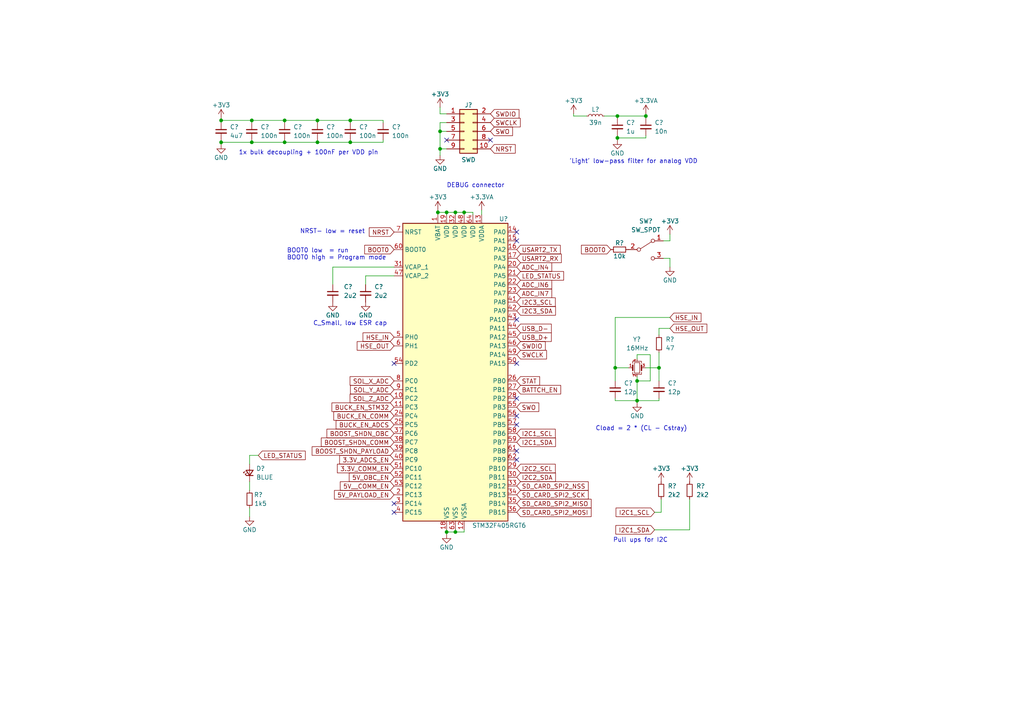
<source format=kicad_sch>
(kicad_sch (version 20230121) (generator eeschema)
  (paper "A4")
  (lib_symbols
    (symbol "Connector_Generic:Conn_02x05_Odd_Even" (pin_names (offset 1.016) hide)
      (property "Reference" "J" (at 1.27 7.62 0))
      (property "Value" "Conn_02x05_Odd_Even" (at 1.27 -7.62 0))
      (symbol "Conn_02x05_Odd_Even_1_1"
        (rectangle (start -1.27 -4.953) (end 0 -5.207) (stroke (width 0.1524)))
        (rectangle (start -1.27 -2.413) (end 0 -2.667) (stroke (width 0.1524)))
        (rectangle (start -1.27 0.127) (end 0 -0.127) (stroke (width 0.1524)))
        (rectangle (start -1.27 2.667) (end 0 2.413) (stroke (width 0.1524)))
        (rectangle (start -1.27 5.207) (end 0 4.953) (stroke (width 0.1524)))
        (rectangle (start -1.27 6.35) (end 3.81 -6.35) (stroke (width 0.254)) (fill (type background)))
        (rectangle (start 3.81 -4.953) (end 2.54 -5.207) (stroke (width 0.1524)))
        (rectangle (start 3.81 -2.413) (end 2.54 -2.667) (stroke (width 0.1524)))
        (rectangle (start 3.81 0.127) (end 2.54 -0.127) (stroke (width 0.1524)))
        (rectangle (start 3.81 2.667) (end 2.54 2.413) (stroke (width 0.1524)))
        (rectangle (start 3.81 5.207) (end 2.54 4.953) (stroke (width 0.1524)))
        (pin passive line (at -5.08 5.08 0) (length 3.81) (name "Pin_1") (number "1"))
        (pin passive line (at 7.62 -5.08 180) (length 3.81) (name "Pin_10") (number "10"))
        (pin passive line (at 7.62 5.08 180) (length 3.81) (name "Pin_2") (number "2"))
        (pin passive line (at -5.08 2.54 0) (length 3.81) (name "Pin_3") (number "3"))
        (pin passive line (at 7.62 2.54 180) (length 3.81) (name "Pin_4") (number "4"))
        (pin passive line (at -5.08 0 0) (length 3.81) (name "Pin_5") (number "5"))
        (pin passive line (at 7.62 0 180) (length 3.81) (name "Pin_6") (number "6"))
        (pin passive line (at -5.08 -2.54 0) (length 3.81) (name "Pin_7") (number "7"))
        (pin passive line (at 7.62 -2.54 180) (length 3.81) (name "Pin_8") (number "8"))
        (pin passive line (at -5.08 -5.08 0) (length 3.81) (name "Pin_9") (number "9"))
      )
    )
    (symbol "Device:C_Small" (pin_numbers hide) (pin_names (offset 0.254) hide)
      (property "Reference" "C" (at 0.254 1.778 0))
      (property "Value" "C_Small" (at 0.254 -2.032 0))
      (symbol "C_Small_0_1"
        (polyline (pts (xy -1.524 -0.508) (xy 1.524 -0.508)) (stroke (width 0.3302)))
        (polyline (pts (xy -1.524 0.508) (xy 1.524 0.508)) (stroke (width 0.3048)))
      )
      (symbol "C_Small_1_1"
        (pin passive line (at 0 2.54 270) (length 2.032) (name "~") (number "1"))
        (pin passive line (at 0 -2.54 90) (length 2.032) (name "~") (number "2"))
      )
    )
    (symbol "Device:Crystal_GND24_Small" (pin_names (offset 1.016) hide)
      (property "Reference" "Y" (at 1.27 4.445 0))
      (property "Value" "Crystal_GND24_Small" (at 1.27 2.54 0))
      (symbol "Crystal_GND24_Small_0_1"
        (rectangle (start -0.762 -1.524) (end 0.762 1.524))
        (polyline (pts (xy -1.27 -0.762) (xy -1.27 0.762)) (stroke (width 0.381)))
        (polyline (pts (xy 1.27 -0.762) (xy 1.27 0.762)) (stroke (width 0.381)))
        (polyline (pts (xy -1.27 -1.27) (xy -1.27 -1.905) (xy 1.27 -1.905) (xy 1.27 -1.27)))
        (polyline (pts (xy -1.27 1.27) (xy -1.27 1.905) (xy 1.27 1.905) (xy 1.27 1.27)))
      )
      (symbol "Crystal_GND24_Small_1_1"
        (pin passive line (at -2.54 0 0) (length 1.27) (name "1") (number "1"))
        (pin passive line (at 0 -2.54 90) (length 0.635) (name "2") (number "2"))
        (pin passive line (at 2.54 0 180) (length 1.27) (name "3") (number "3"))
        (pin passive line (at 0 2.54 270) (length 0.635) (name "4") (number "4"))
      )
    )
    (symbol "Device:LED_Small" (pin_numbers hide) (pin_names (offset 0.254) hide)
      (property "Reference" "D" (at -1.27 3.175 0))
      (property "Value" "LED_Small" (at -4.445 -2.54 0))
      (symbol "LED_Small_0_1"
        (polyline (pts (xy -0.762 -1.016) (xy -0.762 1.016)) (stroke (width 0.254)))
        (polyline (pts (xy 1.016 0) (xy -0.762 0)))
        (polyline (pts (xy 0.762 -1.016) (xy -0.762 0) (xy 0.762 1.016) (xy 0.762 -1.016)) (stroke (width 0.254)))
        (polyline (pts (xy 0 0.762) (xy -0.508 1.27) (xy -0.254 1.27) (xy -0.508 1.27) (xy -0.508 1.016)))
        (polyline (pts (xy 0.508 1.27) (xy 0 1.778) (xy 0.254 1.778) (xy 0 1.778) (xy 0 1.524)))
      )
      (symbol "LED_Small_1_1"
        (pin passive line (at -2.54 0 0) (length 1.778) (name "K") (number "1"))
        (pin passive line (at 2.54 0 180) (length 1.778) (name "A") (number "2"))
      )
    )
    (symbol "Device:L_Small" (pin_numbers hide) (pin_names (offset 0.254) hide)
      (property "Reference" "L" (at 0.762 1.016 0))
      (property "Value" "L_Small" (at 0.762 -1.016 0))
      (symbol "L_Small_0_1"
        (arc (start 0 -2.032) (mid 0.5058 -1.524) (end 0 -1.016))
        (arc (start 0 -1.016) (mid 0.5058 -0.508) (end 0 0))
        (arc (start 0 0) (mid 0.5058 0.508) (end 0 1.016))
        (arc (start 0 1.016) (mid 0.5058 1.524) (end 0 2.032))
      )
      (symbol "L_Small_1_1"
        (pin passive line (at 0 2.54 270) (length 0.508) (name "~") (number "1"))
        (pin passive line (at 0 -2.54 90) (length 0.508) (name "~") (number "2"))
      )
    )
    (symbol "Device:R_Small" (pin_numbers hide) (pin_names (offset 0.254) hide)
      (property "Reference" "R" (at 0.762 0.508 0))
      (property "Value" "R_Small" (at 0.762 -1.016 0))
      (symbol "R_Small_0_1"
        (rectangle (start -0.762 1.778) (end 0.762 -1.778) (stroke (width 0.2032)))
      )
      (symbol "R_Small_1_1"
        (pin passive line (at 0 2.54 270) (length 0.762) (name "~") (number "1"))
        (pin passive line (at 0 -2.54 90) (length 0.762) (name "~") (number "2"))
      )
    )
    (symbol "MCU_ST_STM32F4:STM32F405RGTx"
      (property "Reference" "U" (at -15.24 44.45 0))
      (property "Value" "STM32F405RGTx" (at 10.16 44.45 0))
      (symbol "STM32F405RGTx_0_1"
        (rectangle (start -15.24 -43.18) (end 15.24 43.18) (stroke (width 0.254)) (fill (type background)))
      )
      (symbol "STM32F405RGTx_1_1"
        (pin power_in line (at -5.08 45.72 270) (length 2.54) (name "VBAT") (number "1"))
        (pin bidirectional line (at -17.78 -7.62 0) (length 2.54) (name "PC2") (number "10"))
        (pin bidirectional line (at -17.78 -10.16 0) (length 2.54) (name "PC3") (number "11"))
        (pin power_in line (at 2.54 -45.72 90) (length 2.54) (name "VSSA") (number "12"))
        (pin power_in line (at 7.62 45.72 270) (length 2.54) (name "VDDA") (number "13"))
        (pin bidirectional line (at 17.78 40.64 180) (length 2.54) (name "PA0") (number "14"))
        (pin bidirectional line (at 17.78 38.1 180) (length 2.54) (name "PA1") (number "15"))
        (pin bidirectional line (at 17.78 35.56 180) (length 2.54) (name "PA2") (number "16"))
        (pin bidirectional line (at 17.78 33.02 180) (length 2.54) (name "PA3") (number "17"))
        (pin power_in line (at -2.54 -45.72 90) (length 2.54) (name "VSS") (number "18"))
        (pin power_in line (at -2.54 45.72 270) (length 2.54) (name "VDD") (number "19"))
        (pin bidirectional line (at -17.78 -35.56 0) (length 2.54) (name "PC13") (number "2"))
        (pin bidirectional line (at 17.78 30.48 180) (length 2.54) (name "PA4") (number "20"))
        (pin bidirectional line (at 17.78 27.94 180) (length 2.54) (name "PA5") (number "21"))
        (pin bidirectional line (at 17.78 25.4 180) (length 2.54) (name "PA6") (number "22"))
        (pin bidirectional line (at 17.78 22.86 180) (length 2.54) (name "PA7") (number "23"))
        (pin bidirectional line (at -17.78 -12.7 0) (length 2.54) (name "PC4") (number "24"))
        (pin bidirectional line (at -17.78 -15.24 0) (length 2.54) (name "PC5") (number "25"))
        (pin bidirectional line (at 17.78 -2.54 180) (length 2.54) (name "PB0") (number "26"))
        (pin bidirectional line (at 17.78 -5.08 180) (length 2.54) (name "PB1") (number "27"))
        (pin bidirectional line (at 17.78 -7.62 180) (length 2.54) (name "PB2") (number "28"))
        (pin bidirectional line (at 17.78 -27.94 180) (length 2.54) (name "PB10") (number "29"))
        (pin bidirectional line (at -17.78 -38.1 0) (length 2.54) (name "PC14") (number "3"))
        (pin bidirectional line (at 17.78 -30.48 180) (length 2.54) (name "PB11") (number "30"))
        (pin power_in line (at -17.78 30.48 0) (length 2.54) (name "VCAP_1") (number "31"))
        (pin power_in line (at 0 45.72 270) (length 2.54) (name "VDD") (number "32"))
        (pin bidirectional line (at 17.78 -33.02 180) (length 2.54) (name "PB12") (number "33"))
        (pin bidirectional line (at 17.78 -35.56 180) (length 2.54) (name "PB13") (number "34"))
        (pin bidirectional line (at 17.78 -38.1 180) (length 2.54) (name "PB14") (number "35"))
        (pin bidirectional line (at 17.78 -40.64 180) (length 2.54) (name "PB15") (number "36"))
        (pin bidirectional line (at -17.78 -17.78 0) (length 2.54) (name "PC6") (number "37"))
        (pin bidirectional line (at -17.78 -20.32 0) (length 2.54) (name "PC7") (number "38"))
        (pin bidirectional line (at -17.78 -22.86 0) (length 2.54) (name "PC8") (number "39"))
        (pin bidirectional line (at -17.78 -40.64 0) (length 2.54) (name "PC15") (number "4"))
        (pin bidirectional line (at -17.78 -25.4 0) (length 2.54) (name "PC9") (number "40"))
        (pin bidirectional line (at 17.78 20.32 180) (length 2.54) (name "PA8") (number "41"))
        (pin bidirectional line (at 17.78 17.78 180) (length 2.54) (name "PA9") (number "42"))
        (pin bidirectional line (at 17.78 15.24 180) (length 2.54) (name "PA10") (number "43"))
        (pin bidirectional line (at 17.78 12.7 180) (length 2.54) (name "PA11") (number "44"))
        (pin bidirectional line (at 17.78 10.16 180) (length 2.54) (name "PA12") (number "45"))
        (pin bidirectional line (at 17.78 7.62 180) (length 2.54) (name "PA13") (number "46"))
        (pin power_in line (at -17.78 27.94 0) (length 2.54) (name "VCAP_2") (number "47"))
        (pin power_in line (at 2.54 45.72 270) (length 2.54) (name "VDD") (number "48"))
        (pin bidirectional line (at 17.78 5.08 180) (length 2.54) (name "PA14") (number "49"))
        (pin input line (at -17.78 10.16 0) (length 2.54) (name "PH0") (number "5"))
        (pin bidirectional line (at 17.78 2.54 180) (length 2.54) (name "PA15") (number "50"))
        (pin bidirectional line (at -17.78 -27.94 0) (length 2.54) (name "PC10") (number "51"))
        (pin bidirectional line (at -17.78 -30.48 0) (length 2.54) (name "PC11") (number "52"))
        (pin bidirectional line (at -17.78 -33.02 0) (length 2.54) (name "PC12") (number "53"))
        (pin bidirectional line (at -17.78 2.54 0) (length 2.54) (name "PD2") (number "54"))
        (pin bidirectional line (at 17.78 -10.16 180) (length 2.54) (name "PB3") (number "55"))
        (pin bidirectional line (at 17.78 -12.7 180) (length 2.54) (name "PB4") (number "56"))
        (pin bidirectional line (at 17.78 -15.24 180) (length 2.54) (name "PB5") (number "57"))
        (pin bidirectional line (at 17.78 -17.78 180) (length 2.54) (name "PB6") (number "58"))
        (pin bidirectional line (at 17.78 -20.32 180) (length 2.54) (name "PB7") (number "59"))
        (pin input line (at -17.78 7.62 0) (length 2.54) (name "PH1") (number "6"))
        (pin input line (at -17.78 35.56 0) (length 2.54) (name "BOOT0") (number "60"))
        (pin bidirectional line (at 17.78 -22.86 180) (length 2.54) (name "PB8") (number "61"))
        (pin bidirectional line (at 17.78 -25.4 180) (length 2.54) (name "PB9") (number "62"))
        (pin power_in line (at 0 -45.72 90) (length 2.54) (name "VSS") (number "63"))
        (pin power_in line (at 5.08 45.72 270) (length 2.54) (name "VDD") (number "64"))
        (pin input line (at -17.78 40.64 0) (length 2.54) (name "NRST") (number "7"))
        (pin bidirectional line (at -17.78 -2.54 0) (length 2.54) (name "PC0") (number "8"))
        (pin bidirectional line (at -17.78 -5.08 0) (length 2.54) (name "PC1") (number "9"))
      )
    )
    (symbol "STM32F4_REV2-rescue:+3.3V-power" (power) (pin_names (offset 0))
      (property "Value" "+3.3V-power" (at 0 3.556 0))
      (symbol "+3.3V-power_0_1"
        (polyline (pts (xy -0.762 1.27) (xy 0 2.54)))
        (polyline (pts (xy 0 0) (xy 0 2.54)))
        (polyline (pts (xy 0 2.54) (xy 0.762 1.27)))
      )
      (symbol "+3.3V-power_1_1"
        (pin power_in line (at 0 0 90) (length 0) hide (name "+3V3") (number "1"))
      )
    )
    (symbol "Switch:SW_SPDT" (pin_names (offset 0) hide)
      (property "Reference" "SW" (at 0 4.318 0))
      (property "Value" "SW_SPDT" (at 0 -5.08 0))
      (symbol "SW_SPDT_0_0"
        (circle (center -2.032 0) (radius 0.508))
        (circle (center 2.032 -2.54) (radius 0.508))
      )
      (symbol "SW_SPDT_0_1"
        (polyline (pts (xy -1.524 0.254) (xy 1.651 2.286)))
        (circle (center 2.032 2.54) (radius 0.508))
      )
      (symbol "SW_SPDT_1_1"
        (pin passive line (at 5.08 2.54 180) (length 2.54) (name "A") (number "1"))
        (pin passive line (at -5.08 0 0) (length 2.54) (name "B") (number "2"))
        (pin passive line (at 5.08 -2.54 180) (length 2.54) (name "C") (number "3"))
      )
    )
    (symbol "power:+3.3VA" (power) (pin_names (offset 0))
      (property "Value" "+3.3VA" (at 0 3.556 0))
      (symbol "+3.3VA_0_1"
        (polyline (pts (xy -0.762 1.27) (xy 0 2.54)))
        (polyline (pts (xy 0 0) (xy 0 2.54)))
        (polyline (pts (xy 0 2.54) (xy 0.762 1.27)))
      )
      (symbol "+3.3VA_1_1"
        (pin power_in line (at 0 0 90) (length 0) hide (name "+3.3VA") (number "1"))
      )
    )
    (symbol "power:GND" (power) (pin_names (offset 0))
      (property "Value" "GND" (at 0 -3.81 0))
      (symbol "GND_0_1"
        (polyline (pts (xy 0 0) (xy 0 -1.27) (xy 1.27 -1.27) (xy 0 -2.54) (xy -1.27 -1.27) (xy 0 -1.27)))
      )
      (symbol "GND_1_1"
        (pin power_in line (at 0 0 270) (length 0) hide (name "GND") (number "1"))
      )
    )
  )
  (junction (at 187.325 33.655))
  (junction (at 184.785 116.205))
  (junction (at 64.135 34.925))
  (junction (at 64.135 41.275))
  (junction (at 129.54 154.305))
  (junction (at 129.54 61.595))
  (junction (at 101.6 41.275))
  (junction (at 82.55 41.275))
  (junction (at 73.025 34.925))
  (junction (at 92.075 41.275))
  (junction (at 178.435 106.68))
  (junction (at 92.075 34.925))
  (junction (at 184.785 110.49))
  (junction (at 179.07 40.005))
  (junction (at 73.025 41.275))
  (junction (at 132.08 61.595))
  (junction (at 101.6 34.925))
  (junction (at 191.135 106.68))
  (junction (at 82.55 34.925))
  (junction (at 127 61.595))
  (junction (at 127.635 38.1))
  (junction (at 132.08 154.305))
  (junction (at 127.635 43.18))
  (junction (at 134.62 61.595))
  (junction (at 179.07 33.655))
  (no_connect (at 129.54 40.64))
  (no_connect (at 149.86 130.81))
  (no_connect (at 149.86 120.65))
  (no_connect (at 114.3 105.41))
  (no_connect (at 149.86 92.71))
  (no_connect (at 114.3 146.05))
  (no_connect (at 114.3 148.59))
  (no_connect (at 149.86 67.31))
  (no_connect (at 142.24 40.64))
  (no_connect (at 149.86 123.19))
  (no_connect (at 149.86 69.85))
  (no_connect (at 149.86 133.35))
  (no_connect (at 149.86 115.57))
  (no_connect (at 149.86 105.41))
  (wire (pts (xy 96.52 77.47) (xy 114.3 77.47)))
  (wire (pts (xy 127.635 31.115) (xy 127.635 33.02)))
  (wire (pts (xy 64.135 41.275) (xy 73.025 41.275)))
  (wire (pts (xy 92.075 34.925) (xy 101.6 34.925)))
  (wire (pts (xy 82.55 35.56) (xy 82.55 34.925)))
  (wire (pts (xy 187.325 34.29) (xy 187.325 33.655)))
  (wire (pts (xy 184.785 104.14) (xy 184.785 102.87)))
  (wire (pts (xy 73.025 41.275) (xy 82.55 41.275)))
  (wire (pts (xy 191.135 95.25) (xy 191.135 97.155)))
  (wire (pts (xy 127.635 33.02) (xy 129.54 33.02)))
  (wire (pts (xy 64.135 34.925) (xy 64.135 35.56)))
  (wire (pts (xy 184.785 116.84) (xy 184.785 116.205)))
  (wire (pts (xy 92.075 40.64) (xy 92.075 41.275)))
  (wire (pts (xy 82.55 34.925) (xy 92.075 34.925)))
  (wire (pts (xy 127.635 38.1) (xy 127.635 43.18)))
  (wire (pts (xy 184.785 102.87) (xy 188.595 102.87)))
  (wire (pts (xy 101.6 34.925) (xy 111.125 34.925)))
  (wire (pts (xy 179.07 40.005) (xy 179.07 39.37)))
  (wire (pts (xy 132.08 154.305) (xy 134.62 154.305)))
  (wire (pts (xy 132.08 153.67) (xy 132.08 154.305)))
  (wire (pts (xy 134.62 61.595) (xy 137.16 61.595)))
  (wire (pts (xy 139.7 60.96) (xy 139.7 62.23)))
  (wire (pts (xy 73.025 34.925) (xy 82.55 34.925)))
  (wire (pts (xy 127 61.595) (xy 129.54 61.595)))
  (wire (pts (xy 72.39 142.24) (xy 72.39 139.7)))
  (wire (pts (xy 132.08 61.595) (xy 134.62 61.595)))
  (wire (pts (xy 178.435 106.68) (xy 182.245 106.68)))
  (wire (pts (xy 194.31 69.85) (xy 194.31 67.945)))
  (wire (pts (xy 187.325 106.68) (xy 191.135 106.68)))
  (wire (pts (xy 189.865 153.67) (xy 200.025 153.67)))
  (wire (pts (xy 178.435 92.075) (xy 194.31 92.075)))
  (wire (pts (xy 127 61.595) (xy 127 62.23)))
  (wire (pts (xy 73.025 35.56) (xy 73.025 34.925)))
  (wire (pts (xy 101.6 40.64) (xy 101.6 41.275)))
  (wire (pts (xy 187.325 40.005) (xy 187.325 39.37)))
  (wire (pts (xy 179.07 33.655) (xy 175.26 33.655)))
  (wire (pts (xy 191.135 116.205) (xy 191.135 115.57)))
  (wire (pts (xy 127 60.96) (xy 127 61.595)))
  (wire (pts (xy 192.405 69.85) (xy 194.31 69.85)))
  (wire (pts (xy 191.77 148.59) (xy 191.77 144.78)))
  (wire (pts (xy 191.135 102.235) (xy 191.135 106.68)))
  (wire (pts (xy 101.6 35.56) (xy 101.6 34.925)))
  (wire (pts (xy 92.075 35.56) (xy 92.075 34.925)))
  (wire (pts (xy 96.52 82.55) (xy 96.52 77.47)))
  (wire (pts (xy 166.37 33.02) (xy 166.37 33.655)))
  (wire (pts (xy 194.31 77.47) (xy 194.31 74.93)))
  (wire (pts (xy 111.125 34.925) (xy 111.125 35.56)))
  (wire (pts (xy 178.435 116.205) (xy 178.435 115.57)))
  (wire (pts (xy 184.785 116.205) (xy 178.435 116.205)))
  (wire (pts (xy 72.39 149.86) (xy 72.39 147.32)))
  (wire (pts (xy 184.785 110.49) (xy 184.785 116.205)))
  (wire (pts (xy 64.135 41.91) (xy 64.135 41.275)))
  (wire (pts (xy 200.025 153.67) (xy 200.025 144.78)))
  (wire (pts (xy 101.6 41.275) (xy 111.125 41.275)))
  (wire (pts (xy 184.785 116.205) (xy 191.135 116.205)))
  (wire (pts (xy 188.595 110.49) (xy 184.785 110.49)))
  (wire (pts (xy 92.075 41.275) (xy 101.6 41.275)))
  (wire (pts (xy 179.07 40.005) (xy 187.325 40.005)))
  (wire (pts (xy 111.125 41.275) (xy 111.125 40.64)))
  (wire (pts (xy 82.55 41.275) (xy 92.075 41.275)))
  (wire (pts (xy 132.08 62.23) (xy 132.08 61.595)))
  (wire (pts (xy 166.37 33.655) (xy 170.18 33.655)))
  (wire (pts (xy 129.54 154.94) (xy 129.54 154.305)))
  (wire (pts (xy 179.07 40.64) (xy 179.07 40.005)))
  (wire (pts (xy 188.595 102.87) (xy 188.595 110.49)))
  (wire (pts (xy 184.785 109.22) (xy 184.785 110.49)))
  (wire (pts (xy 137.16 61.595) (xy 137.16 62.23)))
  (wire (pts (xy 106.045 82.55) (xy 106.045 80.01)))
  (wire (pts (xy 106.045 80.01) (xy 114.3 80.01)))
  (wire (pts (xy 82.55 40.64) (xy 82.55 41.275)))
  (wire (pts (xy 73.025 40.64) (xy 73.025 41.275)))
  (wire (pts (xy 178.435 110.49) (xy 178.435 106.68)))
  (wire (pts (xy 64.135 41.275) (xy 64.135 40.64)))
  (wire (pts (xy 194.31 74.93) (xy 192.405 74.93)))
  (wire (pts (xy 74.93 132.08) (xy 72.39 132.08)))
  (wire (pts (xy 129.54 154.305) (xy 129.54 153.67)))
  (wire (pts (xy 64.135 34.925) (xy 73.025 34.925)))
  (wire (pts (xy 187.325 33.02) (xy 187.325 33.655)))
  (wire (pts (xy 129.54 35.56) (xy 127.635 35.56)))
  (wire (pts (xy 129.54 43.18) (xy 127.635 43.18)))
  (wire (pts (xy 189.865 148.59) (xy 191.77 148.59)))
  (wire (pts (xy 187.325 33.655) (xy 179.07 33.655)))
  (wire (pts (xy 194.31 95.25) (xy 191.135 95.25)))
  (wire (pts (xy 129.54 154.305) (xy 132.08 154.305)))
  (wire (pts (xy 72.39 132.08) (xy 72.39 134.62)))
  (wire (pts (xy 179.07 34.29) (xy 179.07 33.655)))
  (wire (pts (xy 127.635 35.56) (xy 127.635 38.1)))
  (wire (pts (xy 64.135 34.29) (xy 64.135 34.925)))
  (wire (pts (xy 191.135 110.49) (xy 191.135 106.68)))
  (wire (pts (xy 129.54 62.23) (xy 129.54 61.595)))
  (wire (pts (xy 127.635 43.18) (xy 127.635 45.085)))
  (wire (pts (xy 134.62 154.305) (xy 134.62 153.67)))
  (wire (pts (xy 134.62 62.23) (xy 134.62 61.595)))
  (wire (pts (xy 129.54 38.1) (xy 127.635 38.1)))
  (wire (pts (xy 129.54 61.595) (xy 132.08 61.595)))
  (wire (pts (xy 178.435 92.075) (xy 178.435 106.68)))
  (text "NRST- low = reset" (at 86.995 67.945 0) (effects (font (size 1.27 1.27)) (justify left bottom)))
  (text "BOOT0 low  = run\nBOOT0 high = Program mode" (at 83.185 75.565 0) (effects (font (size 1.27 1.27)) (justify left bottom)))
  (text "1x bulk decoupling + 100nF per VDD pin" (at 69.215 45.085 0) (effects (font (size 1.27 1.27)) (justify left bottom)))
  (text "Pull ups for I2C" (at 177.8 157.48 0) (effects (font (size 1.27 1.27)) (justify left bottom)))
  (text "C_Small, low ESR cap" (at 90.805 94.615 0) (effects (font (size 1.27 1.27)) (justify left bottom)))
  (text "'Light' low-pass filter for analog VDD" (at 165.1 47.625 0) (effects (font (size 1.27 1.27)) (justify left bottom)))
  (text "Cload = 2 * (CL - Cstray)" (at 172.72 125.095 0) (effects (font (size 1.27 1.27)) (justify left bottom)))
  (text "DEBUG connector" (at 129.54 54.61 0) (effects (font (size 1.27 1.27)) (justify left bottom)))
  (global_label "SWO" (shape input) (at 149.86 118.11 0) (property "Intersheetrefs" "${INTERSHEET_REFS}" (effects hide)))
  (global_label "ADC_IN6" (shape input) (at 149.86 82.55 0) (property "Intersheetrefs" "${INTERSHEET_REFS}" (effects hide)))
  (global_label "LED_STATUS" (shape input) (at 149.86 80.01 0) (property "Intersheetrefs" "${INTERSHEET_REFS}" (effects hide)))
  (global_label "SOL_X_ADC" (shape input) (at 114.3 110.49 180) (property "Intersheetrefs" "${INTERSHEET_REFS}" (effects hide)))
  (global_label "HSE_IN" (shape input) (at 114.3 97.79 180) (property "Intersheetrefs" "${INTERSHEET_REFS}" (effects hide)))
  (global_label "BUCK_EN_STM32" (shape input) (at 114.3 118.11 180) (property "Intersheetrefs" "${INTERSHEET_REFS}" (effects hide)))
  (global_label "USB_D-" (shape input) (at 149.86 95.25 0) (property "Intersheetrefs" "${INTERSHEET_REFS}" (effects hide)))
  (global_label "SOL_Y_ADC" (shape input) (at 114.3 113.03 180) (property "Intersheetrefs" "${INTERSHEET_REFS}" (effects hide)))
  (global_label "USB_D+" (shape input) (at 149.86 97.79 0) (property "Intersheetrefs" "${INTERSHEET_REFS}" (effects hide)))
  (global_label "BOOT0" (shape input) (at 114.3 72.39 180) (property "Intersheetrefs" "${INTERSHEET_REFS}" (effects hide)))
  (global_label "SOL_Z_ADC" (shape input) (at 114.3 115.57 180) (property "Intersheetrefs" "${INTERSHEET_REFS}" (effects hide)))
  (global_label "5V__COMM_EN" (shape input) (at 114.3 140.97 180) (property "Intersheetrefs" "${INTERSHEET_REFS}" (effects hide)))
  (global_label "USART2_TX" (shape input) (at 149.86 72.39 0) (property "Intersheetrefs" "${INTERSHEET_REFS}" (effects hide)))
  (global_label "SD_CARD_SPI2_MOSI" (shape input) (at 149.86 148.59 0) (property "Intersheetrefs" "${INTERSHEET_REFS}" (effects hide)))
  (global_label "I2C2_SCL" (shape input) (at 149.86 135.89 0) (property "Intersheetrefs" "${INTERSHEET_REFS}" (effects hide)))
  (global_label "I2C1_SCL" (shape input) (at 189.865 148.59 180) (property "Intersheetrefs" "${INTERSHEET_REFS}" (effects hide)))
  (global_label "ADC_IN7" (shape input) (at 149.86 85.09 0) (property "Intersheetrefs" "${INTERSHEET_REFS}" (effects hide)))
  (global_label "3.3V_ADCS_EN" (shape input) (at 114.3 133.35 180) (property "Intersheetrefs" "${INTERSHEET_REFS}" (effects hide)))
  (global_label "BOOST_SHDN_OBC" (shape input) (at 114.3 125.73 180) (property "Intersheetrefs" "${INTERSHEET_REFS}" (effects hide)))
  (global_label "I2C1_SDA" (shape input) (at 189.865 153.67 180) (property "Intersheetrefs" "${INTERSHEET_REFS}" (effects hide)))
  (global_label "I2C1_SDA" (shape input) (at 149.86 128.27 0) (property "Intersheetrefs" "${INTERSHEET_REFS}" (effects hide)))
  (global_label "SWDIO" (shape input) (at 149.86 100.33 0) (property "Intersheetrefs" "${INTERSHEET_REFS}" (effects hide)))
  (global_label "I2C1_SCL" (shape input) (at 149.86 125.73 0) (property "Intersheetrefs" "${INTERSHEET_REFS}" (effects hide)))
  (global_label "BATTCH_EN" (shape input) (at 149.86 113.03 0) (property "Intersheetrefs" "${INTERSHEET_REFS}" (effects hide)))
  (global_label "SWDIO" (shape input) (at 142.24 33.02 0) (property "Intersheetrefs" "${INTERSHEET_REFS}" (effects hide)))
  (global_label "SWCLK" (shape input) (at 142.24 35.56 0) (property "Intersheetrefs" "${INTERSHEET_REFS}" (effects hide)))
  (global_label "5V_PAYLOAD_EN" (shape input) (at 114.3 143.51 180) (property "Intersheetrefs" "${INTERSHEET_REFS}" (effects hide)))
  (global_label "HSE_OUT" (shape input) (at 114.3 100.33 180) (property "Intersheetrefs" "${INTERSHEET_REFS}" (effects hide)))
  (global_label "I2C2_SDA" (shape input) (at 149.86 138.43 0) (property "Intersheetrefs" "${INTERSHEET_REFS}" (effects hide)))
  (global_label "BOOST_SHDN_PAYLOAD" (shape input) (at 114.3 130.81 180) (property "Intersheetrefs" "${INTERSHEET_REFS}" (effects hide)))
  (global_label "BUCK_EN_ADCS" (shape input) (at 114.3 123.19 180) (property "Intersheetrefs" "${INTERSHEET_REFS}" (effects hide)))
  (global_label "USART2_RX" (shape input) (at 149.86 74.93 0) (property "Intersheetrefs" "${INTERSHEET_REFS}" (effects hide)))
  (global_label "3.3V_COMM_EN" (shape input) (at 114.3 135.89 180) (property "Intersheetrefs" "${INTERSHEET_REFS}" (effects hide)))
  (global_label "NRST" (shape input) (at 142.24 43.18 0) (property "Intersheetrefs" "${INTERSHEET_REFS}" (effects hide)))
  (global_label "SD_CARD_SPI2_NSS" (shape input) (at 149.86 140.97 0) (property "Intersheetrefs" "${INTERSHEET_REFS}" (effects hide)))
  (global_label "BOOT0" (shape input) (at 177.165 72.39 180) (property "Intersheetrefs" "${INTERSHEET_REFS}" (effects hide)))
  (global_label "SD_CARD_SPI2_MISO" (shape input) (at 149.86 146.05 0) (property "Intersheetrefs" "${INTERSHEET_REFS}" (effects hide)))
  (global_label "HSE_OUT" (shape input) (at 194.31 95.25 0) (property "Intersheetrefs" "${INTERSHEET_REFS}" (effects hide)))
  (global_label "LED_STATUS" (shape input) (at 74.93 132.08 0) (property "Intersheetrefs" "${INTERSHEET_REFS}" (effects hide)))
  (global_label "BUCK_EN_COMM" (shape input) (at 114.3 120.65 180) (property "Intersheetrefs" "${INTERSHEET_REFS}" (effects hide)))
  (global_label "BOOST_SHDN_COMM" (shape input) (at 114.3 128.27 180) (property "Intersheetrefs" "${INTERSHEET_REFS}" (effects hide)))
  (global_label "HSE_IN" (shape input) (at 194.31 92.075 0) (property "Intersheetrefs" "${INTERSHEET_REFS}" (effects hide)))
  (global_label "I2C3_SCL" (shape input) (at 149.86 87.63 0) (property "Intersheetrefs" "${INTERSHEET_REFS}" (effects hide)))
  (global_label "SWO" (shape input) (at 142.24 38.1 0) (property "Intersheetrefs" "${INTERSHEET_REFS}" (effects hide)))
  (global_label "I2C3_SDA" (shape input) (at 149.86 90.17 0) (property "Intersheetrefs" "${INTERSHEET_REFS}" (effects hide)))
  (global_label "SWCLK" (shape input) (at 149.86 102.87 0) (property "Intersheetrefs" "${INTERSHEET_REFS}" (effects hide)))
  (global_label "NRST" (shape input) (at 114.3 67.31 180) (property "Intersheetrefs" "${INTERSHEET_REFS}" (effects hide)))
  (global_label "ADC_IN4" (shape input) (at 149.86 77.47 0) (property "Intersheetrefs" "${INTERSHEET_REFS}" (effects hide)))
  (global_label "STAT" (shape input) (at 149.86 110.49 0) (property "Intersheetrefs" "${INTERSHEET_REFS}" (effects hide)))
  (global_label "5V_OBC_EN" (shape input) (at 114.3 138.43 180) (property "Intersheetrefs" "${INTERSHEET_REFS}" (effects hide)))
  (global_label "SD_CARD_SPI2_SCK" (shape input) (at 149.86 143.51 0) (property "Intersheetrefs" "${INTERSHEET_REFS}" (effects hide)))
  (symbol (lib_id "Device:R_Small") (at 179.705 72.39 270) (unit 1)
    (property "Reference" "R?" (at 179.705 70.485 90))
    (property "Value" "10k" (at 179.705 74.295 90))
    (property "Footprint" "Resistor_SMD:R_0402_1005Metric" (effects hide))
    (property "LCSC Part #" "C25744" (effects hide))
    (instances (project "FinalBoardCircuits" (path "" (reference "R?") (unit 1))) (project "pcb" (path "" (reference "R10") (unit 1))))
  )
  (symbol (lib_id "Device:LED_Small") (at 72.39 137.16 90) (unit 1)
    (property "Reference" "D?" (at 74.295 135.89 90) (effects (justify right)))
    (property "Value" "BLUE" (at 74.295 138.43 90) (effects (justify right)))
    (property "Footprint" "LED_SMD:LED_0603_1608Metric" (effects hide))
    (property "LCSC Part #" "C72041" (effects hide))
    (instances (project "FinalBoardCircuits" (path "" (reference "D?") (unit 1))) (project "pcb" (path "" (reference "D3") (unit 1))))
  )
  (symbol (lib_id "Device:C_Small") (at 101.6 38.1 0) (unit 1)
    (property "Reference" "C?" (at 104.14 36.83 0) (effects (justify left)))
    (property "Value" "100n" (at 104.14 39.37 0) (effects (justify left)))
    (property "Footprint" "Capacitor_SMD:C_0402_1005Metric" (effects hide))
    (property "LCSC Part #" "C1525" (effects hide))
    (instances (project "FinalBoardCircuits" (path "" (reference "C?") (unit 1))) (project "pcb" (path "" (reference "C15") (unit 1))))
  )
  (symbol (lib_id "STM32F4_REV2-rescue:+3.3V-power") (at 64.135 34.29 0) (unit 1)
    (property "Reference" "#PWR?" (effects hide))
    (property "Value" "+3.3V" (at 64.135 30.48 0))
    (instances (project "FinalBoardCircuits" (path "" (reference "#PWR?") (unit 1))) (project "pcb" (path "" (reference "#PWR06") (unit 1))))
  )
  (symbol (lib_id "Device:C_Small") (at 187.325 36.83 0) (unit 1)
    (property "Reference" "C?" (at 189.865 35.56 0) (effects (justify left)))
    (property "Value" "10n" (at 189.865 38.1 0) (effects (justify left)))
    (property "Footprint" "Capacitor_SMD:C_0402_1005Metric" (effects hide))
    (property "LCSC Part #" "C15195" (effects hide))
    (instances (project "FinalBoardCircuits" (path "" (reference "C?") (unit 1))) (project "pcb" (path "" (reference "C20") (unit 1))))
  )
  (symbol (lib_id "Device:C_Small") (at 178.435 113.03 0) (unit 1)
    (property "Reference" "C?" (at 180.975 111.125 0) (effects (justify left)))
    (property "Value" "12p" (at 180.975 113.665 0) (effects (justify left)))
    (property "Footprint" "Capacitor_SMD:C_0402_1005Metric" (effects hide))
    (property "LCSC Part #" "C1547" (effects hide))
    (instances (project "FinalBoardCircuits" (path "" (reference "C?") (unit 1))) (project "pcb" (path "" (reference "C18") (unit 1))))
  )
  (symbol (lib_id "power:GND") (at 96.52 87.63 0) (unit 1)
    (property "Reference" "#PWR?" (effects hide))
    (property "Value" "GND" (at 96.52 91.44 0))
    (instances (project "FinalBoardCircuits" (path "" (reference "#PWR?") (unit 1))) (project "pcb" (path "" (reference "#PWR09") (unit 1))))
  )
  (symbol (lib_id "Device:R_Small") (at 72.39 144.78 180) (unit 1)
    (property "Reference" "R?" (at 74.93 143.51 0))
    (property "Value" "1k5" (at 75.565 146.05 0))
    (property "Footprint" "Resistor_SMD:R_0603_1608Metric" (effects hide))
    (property "LCSC Part #" "C22843" (effects hide))
    (instances (project "FinalBoardCircuits" (path "" (reference "R?") (unit 1))) (project "pcb" (path "" (reference "R9") (unit 1))))
  )
  (symbol (lib_id "STM32F4_REV2-rescue:+3.3V-power") (at 166.37 33.02 0) (unit 1)
    (property "Reference" "#PWR?" (effects hide))
    (property "Value" "+3.3V" (at 166.37 29.21 0))
    (instances (project "FinalBoardCircuits" (path "" (reference "#PWR?") (unit 1))) (project "pcb" (path "" (reference "#PWR014") (unit 1))))
  )
  (symbol (lib_id "Device:L_Small") (at 172.72 33.655 90) (unit 1)
    (property "Reference" "L?" (at 172.72 31.75 90))
    (property "Value" "39n" (at 172.72 35.56 90))
    (property "Footprint" "Inductor_SMD:L_0402_1005Metric" (effects hide))
    (property "LCSC Part #" "C26443" (effects hide))
    (instances (project "FinalBoardCircuits" (path "" (reference "L?") (unit 1))) (project "pcb" (path "" (reference "L3") (unit 1))))
  )
  (symbol (lib_id "Device:R_Small") (at 191.135 99.695 0) (unit 1)
    (property "Reference" "R?" (at 193.04 98.425 0) (effects (justify left)))
    (property "Value" "47" (at 193.04 100.965 0) (effects (justify left)))
    (property "Footprint" "Resistor_SMD:R_0402_1005Metric" (effects hide))
    (property "LCSC Part #" "C25118" (effects hide))
    (instances (project "FinalBoardCircuits" (path "" (reference "R?") (unit 1))) (project "pcb" (path "" (reference "R11") (unit 1))))
  )
  (symbol (lib_id "Connector_Generic:Conn_02x05_Odd_Even") (at 134.62 38.1 0) (unit 1)
    (property "Reference" "J?" (at 135.89 30.48 0))
    (property "Value" "SWD" (at 135.89 46.355 0))
    (property "Footprint" "Connector_PinHeader_1.00mm:PinHeader_2x05_P1.00mm_Vertical_SMD" (effects hide))
    (instances (project "FinalBoardCircuits" (path "" (reference "J?") (unit 1))) (project "pcb" (path "" (reference "J5") (unit 1))))
  )
  (symbol (lib_id "Device:C_Small") (at 82.55 38.1 0) (unit 1)
    (property "Reference" "C?" (at 85.09 36.83 0) (effects (justify left)))
    (property "Value" "100n" (at 85.09 39.37 0) (effects (justify left)))
    (property "Footprint" "Capacitor_SMD:C_0402_1005Metric" (effects hide))
    (property "LCSC Part #" "C1525" (effects hide))
    (instances (project "FinalBoardCircuits" (path "" (reference "C?") (unit 1))) (project "pcb" (path "" (reference "C12") (unit 1))))
  )
  (symbol (lib_id "Device:C_Small") (at 111.125 38.1 0) (unit 1)
    (property "Reference" "C?" (at 113.665 36.83 0) (effects (justify left)))
    (property "Value" "100n" (at 113.665 39.37 0) (effects (justify left)))
    (property "Footprint" "Capacitor_SMD:C_0402_1005Metric" (effects hide))
    (property "LCSC Part #" "C1525" (effects hide))
    (instances (project "FinalBoardCircuits" (path "" (reference "C?") (unit 1))) (project "pcb" (path "" (reference "C17") (unit 1))))
  )
  (symbol (lib_id "STM32F4_REV2-rescue:+3.3V-power") (at 200.025 139.7 0) (unit 1)
    (property "Reference" "#PWR?" (effects hide))
    (property "Value" "+3.3V" (at 200.025 135.89 0))
    (instances (project "FinalBoardCircuits" (path "" (reference "#PWR?") (unit 1))) (project "pcb" (path "" (reference "#PWR021") (unit 1))))
  )
  (symbol (lib_id "power:GND") (at 72.39 149.86 0) (unit 1)
    (property "Reference" "#PWR?" (effects hide))
    (property "Value" "GND" (at 72.39 153.67 0))
    (instances (project "FinalBoardCircuits" (path "" (reference "#PWR?") (unit 1))) (project "pcb" (path "" (reference "#PWR08") (unit 1))))
  )
  (symbol (lib_id "Switch:SW_SPDT") (at 187.325 72.39 0) (unit 1)
    (property "Reference" "SW?" (at 187.325 64.135 0))
    (property "Value" "SW_SPDT" (at 187.325 66.675 0))
    (property "Footprint" "Button_Switch_SMD:SW_SPDT_PCM12" (effects hide))
    (instances (project "FinalBoardCircuits" (path "" (reference "SW?") (unit 1))) (project "pcb" (path "" (reference "SW1") (unit 1))))
  )
  (symbol (lib_id "power:GND") (at 194.31 77.47 0) (unit 1)
    (property "Reference" "#PWR?" (effects hide))
    (property "Value" "GND" (at 194.31 81.28 0))
    (instances (project "FinalBoardCircuits" (path "" (reference "#PWR?") (unit 1))) (project "pcb" (path "" (reference "#PWR020") (unit 1))))
  )
  (symbol (lib_id "Device:C_Small") (at 64.135 38.1 0) (unit 1)
    (property "Reference" "C?" (at 66.675 36.83 0) (effects (justify left)))
    (property "Value" "4u7" (at 66.675 39.37 0) (effects (justify left)))
    (property "Footprint" "Capacitor_SMD:C_0603_1608Metric" (effects hide))
    (property "LCSC Part #" "C19666" (effects hide))
    (instances (project "FinalBoardCircuits" (path "" (reference "C?") (unit 1))) (project "pcb" (path "" (reference "C10") (unit 1))))
  )
  (symbol (lib_id "STM32F4_REV2-rescue:+3.3V-power") (at 127.635 31.115 0) (unit 1)
    (property "Reference" "#PWR?" (effects hide))
    (property "Value" "+3.3V" (at 127.635 27.305 0))
    (instances (project "FinalBoardCircuits" (path "" (reference "#PWR?") (unit 1))) (project "pcb" (path "" (reference "#PWR022") (unit 1))))
  )
  (symbol (lib_id "power:GND") (at 106.045 87.63 0) (unit 1)
    (property "Reference" "#PWR?" (effects hide))
    (property "Value" "GND" (at 106.045 91.44 0))
    (instances (project "FinalBoardCircuits" (path "" (reference "#PWR?") (unit 1))) (project "pcb" (path "" (reference "#PWR010") (unit 1))))
  )
  (symbol (lib_id "power:GND") (at 64.135 41.91 0) (unit 1)
    (property "Reference" "#PWR?" (effects hide))
    (property "Value" "GND" (at 64.135 45.72 0))
    (instances (project "FinalBoardCircuits" (path "" (reference "#PWR?") (unit 1))) (project "pcb" (path "" (reference "#PWR07") (unit 1))))
  )
  (symbol (lib_id "STM32F4_REV2-rescue:+3.3V-power") (at 191.77 139.7 0) (unit 1)
    (property "Reference" "#PWR?" (effects hide))
    (property "Value" "+3.3V" (at 191.77 135.89 0))
    (instances (project "FinalBoardCircuits" (path "" (reference "#PWR?") (unit 1))) (project "pcb" (path "" (reference "#PWR018") (unit 1))))
  )
  (symbol (lib_id "power:GND") (at 129.54 154.94 0) (unit 1)
    (property "Reference" "#PWR?" (effects hide))
    (property "Value" "GND" (at 129.54 158.75 0))
    (instances (project "FinalBoardCircuits" (path "" (reference "#PWR?") (unit 1))) (project "pcb" (path "" (reference "#PWR012") (unit 1))))
  )
  (symbol (lib_id "power:GND") (at 127.635 45.085 0) (unit 1)
    (property "Reference" "#PWR?" (effects hide))
    (property "Value" "GND" (at 127.635 48.895 0))
    (instances (project "FinalBoardCircuits" (path "" (reference "#PWR?") (unit 1))) (project "pcb" (path "" (reference "#PWR023") (unit 1))))
  )
  (symbol (lib_id "STM32F4_REV2-rescue:+3.3V-power") (at 194.31 67.945 0) (unit 1)
    (property "Reference" "#PWR?" (effects hide))
    (property "Value" "+3.3V" (at 194.31 64.135 0))
    (instances (project "FinalBoardCircuits" (path "" (reference "#PWR?") (unit 1))) (project "pcb" (path "" (reference "#PWR019") (unit 1))))
  )
  (symbol (lib_id "power:GND") (at 179.07 40.64 0) (unit 1)
    (property "Reference" "#PWR?" (effects hide))
    (property "Value" "GND" (at 179.07 44.45 0))
    (instances (project "FinalBoardCircuits" (path "" (reference "#PWR?") (unit 1))) (project "pcb" (path "" (reference "#PWR015") (unit 1))))
  )
  (symbol (lib_id "power:+3.3VA") (at 187.325 33.02 0) (unit 1)
    (property "Reference" "#PWR?" (effects hide))
    (property "Value" "+3.3VA" (at 187.325 29.21 0))
    (instances (project "FinalBoardCircuits" (path "" (reference "#PWR?") (unit 1))) (project "pcb" (path "" (reference "#PWR017") (unit 1))))
  )
  (symbol (lib_id "Device:C_Small") (at 73.025 38.1 0) (unit 1)
    (property "Reference" "C?" (at 75.565 36.83 0) (effects (justify left)))
    (property "Value" "100n" (at 75.565 39.37 0) (effects (justify left)))
    (property "Footprint" "Capacitor_SMD:C_0402_1005Metric" (effects hide))
    (property "LCSC Part #" "C1525" (effects hide))
    (instances (project "FinalBoardCircuits" (path "" (reference "C?") (unit 1))) (project "pcb" (path "" (reference "C11") (unit 1))))
  )
  (symbol (lib_id "STM32F4_REV2-rescue:+3.3V-power") (at 127 60.96 0) (unit 1)
    (property "Reference" "#PWR?" (effects hide))
    (property "Value" "+3.3V" (at 127 57.15 0))
    (instances (project "FinalBoardCircuits" (path "" (reference "#PWR?") (unit 1))) (project "pcb" (path "" (reference "#PWR011") (unit 1))))
  )
  (symbol (lib_id "power:+3.3VA") (at 139.7 60.96 0) (unit 1)
    (property "Reference" "#PWR?" (effects hide))
    (property "Value" "+3.3VA" (at 139.7 57.15 0))
    (instances (project "FinalBoardCircuits" (path "" (reference "#PWR?") (unit 1))) (project "pcb" (path "" (reference "#PWR013") (unit 1))))
  )
  (symbol (lib_id "MCU_ST_STM32F4:STM32F405RGTx") (at 132.08 107.95 0) (unit 1)
    (property "Reference" "U?" (at 146.05 63.5 0))
    (property "Value" "STM32F405RGT6" (at 144.78 152.4 0))
    (property "Footprint" "Package_QFP:LQFP-64_10x10mm_P0.5mm" (effects hide))
    (property "Datasheet" "http://www.st.com/st-web-ui/static/active/en/resource/technical/document/datasheet/DM00037051.pdf" (effects hide))
    (property "LCSC Part #" "C15742" (effects hide))
    (instances (project "FinalBoardCircuits" (path "" (reference "U?") (unit 1))) (project "pcb" (path "" (reference "U1") (unit 1))))
  )
  (symbol (lib_id "Device:R_Small") (at 200.025 142.24 0) (unit 1)
    (property "Reference" "R?" (at 201.93 140.97 0) (effects (justify left)))
    (property "Value" "2k2" (at 201.93 143.51 0) (effects (justify left)))
    (property "Footprint" "Resistor_SMD:R_0402_1005Metric" (effects hide))
    (property "LCSC Part #" "C25879" (effects hide))
    (instances (project "FinalBoardCircuits" (path "" (reference "R?") (unit 1))) (project "pcb" (path "" (reference "R13") (unit 1))))
  )
  (symbol (lib_id "Device:C_Small") (at 92.075 38.1 0) (unit 1)
    (property "Reference" "C?" (at 94.615 36.83 0) (effects (justify left)))
    (property "Value" "100n" (at 94.615 39.37 0) (effects (justify left)))
    (property "Footprint" "Capacitor_SMD:C_0402_1005Metric" (effects hide))
    (property "LCSC Part #" "C1525" (effects hide))
    (instances (project "FinalBoardCircuits" (path "" (reference "C?") (unit 1))) (project "pcb" (path "" (reference "C13") (unit 1))))
  )
  (symbol (lib_id "Device:C_Small") (at 179.07 36.83 0) (unit 1)
    (property "Reference" "C?" (at 181.61 35.56 0) (effects (justify left)))
    (property "Value" "1u" (at 181.61 38.1 0) (effects (justify left)))
    (property "Footprint" "Capacitor_SMD:C_0402_1005Metric" (effects hide))
    (property "LCSC Part #" "C52923" (effects hide))
    (instances (project "FinalBoardCircuits" (path "" (reference "C?") (unit 1))) (project "pcb" (path "" (reference "C19") (unit 1))))
  )
  (symbol (lib_id "Device:C_Small") (at 191.135 113.03 0) (unit 1)
    (property "Reference" "C?" (at 193.675 111.125 0) (effects (justify left)))
    (property "Value" "12p" (at 193.675 113.665 0) (effects (justify left)))
    (property "Footprint" "Capacitor_SMD:C_0402_1005Metric" (effects hide))
    (property "LCSC Part #" "C1547" (effects hide))
    (instances (project "FinalBoardCircuits" (path "" (reference "C?") (unit 1))) (project "pcb" (path "" (reference "C21") (unit 1))))
  )
  (symbol (lib_id "Device:C_Small") (at 96.52 85.09 0) (unit 1)
    (property "Reference" "C?" (at 99.695 83.185 0) (effects (justify left)))
    (property "Value" "2u2" (at 99.695 85.725 0) (effects (justify left)))
    (property "Footprint" "Capacitor_SMD:C_0603_1608Metric" (effects hide))
    (property "LCSC Part #" "C23630" (effects hide))
    (instances (project "FinalBoardCircuits" (path "" (reference "C?") (unit 1))) (project "pcb" (path "" (reference "C14") (unit 1))))
  )
  (symbol (lib_id "power:GND") (at 184.785 116.84 0) (unit 1)
    (property "Reference" "#PWR?" (effects hide))
    (property "Value" "GND" (at 184.785 120.65 0))
    (instances (project "FinalBoardCircuits" (path "" (reference "#PWR?") (unit 1))) (project "pcb" (path "" (reference "#PWR016") (unit 1))))
  )
  (symbol (lib_id "Device:C_Small") (at 106.045 85.09 0) (unit 1)
    (property "Reference" "C?" (at 108.585 83.185 0) (effects (justify left)))
    (property "Value" "2u2" (at 108.585 85.725 0) (effects (justify left)))
    (property "Footprint" "Capacitor_SMD:C_0603_1608Metric" (effects hide))
    (property "LCSC Part #" "C23630" (effects hide))
    (instances (project "FinalBoardCircuits" (path "" (reference "C?") (unit 1))) (project "pcb" (path "" (reference "C16") (unit 1))))
  )
  (symbol (lib_id "Device:R_Small") (at 191.77 142.24 0) (unit 1)
    (property "Reference" "R?" (at 193.675 140.97 0) (effects (justify left)))
    (property "Value" "2k2" (at 193.675 143.51 0) (effects (justify left)))
    (property "Footprint" "Resistor_SMD:R_0402_1005Metric" (effects hide))
    (property "LCSC Part #" "C25879" (effects hide))
    (instances (project "FinalBoardCircuits" (path "" (reference "R?") (unit 1))) (project "pcb" (path "" (reference "R12") (unit 1))))
  )
  (symbol (lib_id "Device:Crystal_GND24_Small") (at 184.785 106.68 0) (unit 1)
    (property "Reference" "Y?" (at 183.515 98.425 0) (effects (justify left)))
    (property "Value" "16MHz" (at 181.61 100.965 0) (effects (justify left)))
    (property "Footprint" "Crystal:Crystal_SMD_3225-4Pin_3.2x2.5mm" (effects hide))
    (property "LCSC Part #" "C13738" (effects hide))
    (instances (project "FinalBoardCircuits" (path "" (reference "Y?") (unit 1))) (project "pcb" (path "" (reference "Y1") (unit 1))))
  )
)
</source>
